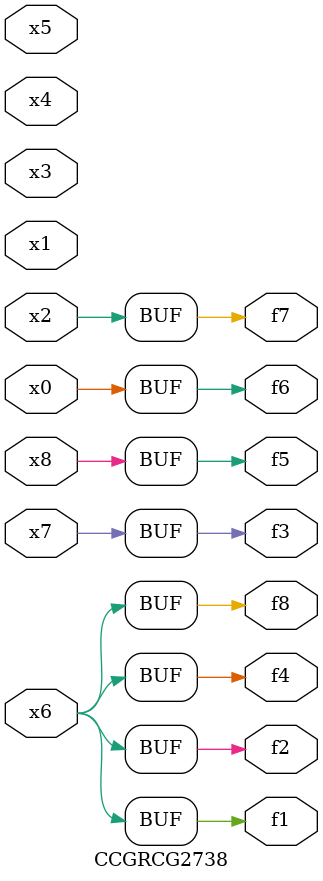
<source format=v>
module CCGRCG2738(
	input x0, x1, x2, x3, x4, x5, x6, x7, x8,
	output f1, f2, f3, f4, f5, f6, f7, f8
);
	assign f1 = x6;
	assign f2 = x6;
	assign f3 = x7;
	assign f4 = x6;
	assign f5 = x8;
	assign f6 = x0;
	assign f7 = x2;
	assign f8 = x6;
endmodule

</source>
